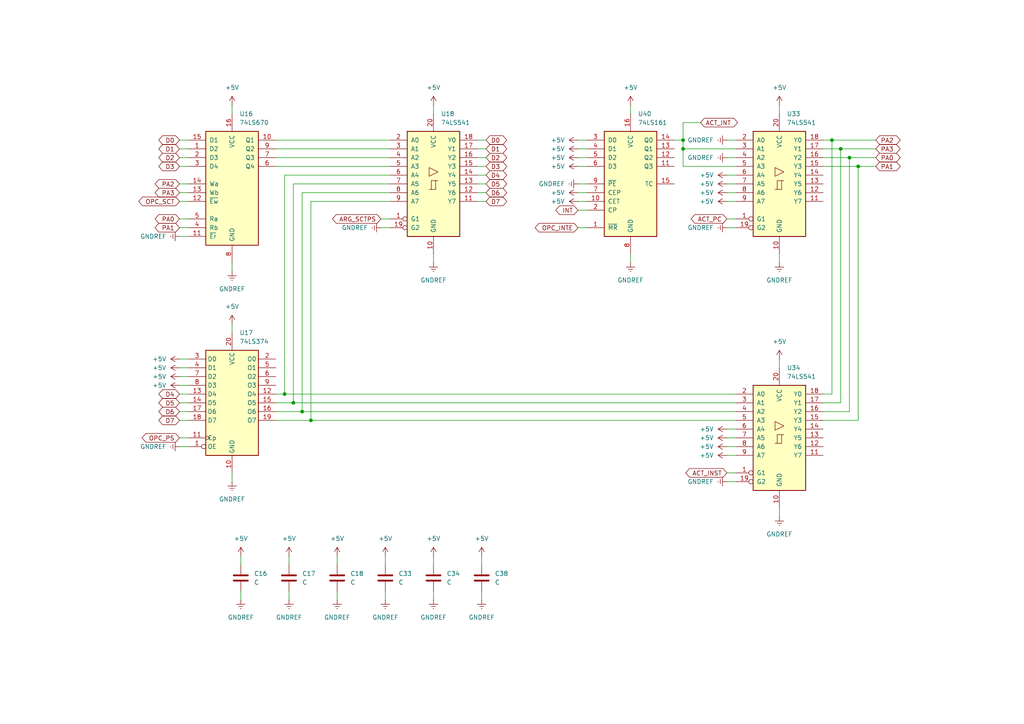
<source format=kicad_sch>
(kicad_sch (version 20250114) (generator "eeschema") (generator_version "9.0")
  (paper "A4")
  (lib_symbols
    (symbol "74xx:74LS161" (pin_names (offset 1.016))
      (property "Reference" "U" (at -7.62 16.51 0))
      (property "Value" "74LS161" (at -7.62 -16.51 0))
      (symbol "74LS161_1_0"
        (pin input line (at -12.7 12.7 0) (length 5.08) (name "D0") (number "3"))
        (pin input line (at -12.7 10.16 0) (length 5.08) (name "D1") (number "4"))
        (pin input line (at -12.7 7.62 0) (length 5.08) (name "D2") (number "5"))
        (pin input line (at -12.7 5.08 0) (length 5.08) (name "D3") (number "6"))
        (pin input line (at -12.7 0 0) (length 5.08) (name "~{PE}") (number "9"))
        (pin input line (at -12.7 -2.54 0) (length 5.08) (name "CEP") (number "7"))
        (pin input line (at -12.7 -5.08 0) (length 5.08) (name "CET") (number "10"))
        (pin input line (at -12.7 -7.62 0) (length 5.08) (name "CP") (number "2"))
        (pin input line (at -12.7 -12.7 0) (length 5.08) (name "~{MR}") (number "1"))
        (pin power_in line (at 0 20.32 270) (length 5.08) (name "VCC") (number "16"))
        (pin power_in line (at 0 -20.32 90) (length 5.08) (name "GND") (number "8"))
        (pin output line (at 12.7 12.7 180) (length 5.08) (name "Q0") (number "14"))
        (pin output line (at 12.7 10.16 180) (length 5.08) (name "Q1") (number "13"))
        (pin output line (at 12.7 7.62 180) (length 5.08) (name "Q2") (number "12"))
        (pin output line (at 12.7 5.08 180) (length 5.08) (name "Q3") (number "11"))
        (pin output line (at 12.7 0 180) (length 5.08) (name "TC") (number "15"))
      )
      (symbol "74LS161_1_1"
        (rectangle (start -7.62 15.24) (end 7.62 -15.24) (stroke (width 0.254)) (fill (type background)))
      )
    )
    (symbol "74xx:74LS374"
      (property "Reference" "U" (at -7.62 16.51 0))
      (property "Value" "74LS374" (at -7.62 -16.51 0))
      (symbol "74LS374_1_0"
        (pin input line (at -12.7 12.7 0) (length 5.08) (name "D0") (number "3"))
        (pin input line (at -12.7 10.16 0) (length 5.08) (name "D1") (number "4"))
        (pin input line (at -12.7 7.62 0) (length 5.08) (name "D2") (number "7"))
        (pin input line (at -12.7 5.08 0) (length 5.08) (name "D3") (number "8"))
        (pin input line (at -12.7 2.54 0) (length 5.08) (name "D4") (number "13"))
        (pin input line (at -12.7 0 0) (length 5.08) (name "D5") (number "14"))
        (pin input line (at -12.7 -2.54 0) (length 5.08) (name "D6") (number "17"))
        (pin input line (at -12.7 -5.08 0) (length 5.08) (name "D7") (number "18"))
        (pin input clock (at -12.7 -10.16 0) (length 5.08) (name "Cp") (number "11"))
        (pin input inverted (at -12.7 -12.7 0) (length 5.08) (name "OE") (number "1"))
        (pin power_in line (at 0 20.32 270) (length 5.08) (name "VCC") (number "20"))
        (pin power_in line (at 0 -20.32 90) (length 5.08) (name "GND") (number "10"))
        (pin tri_state line (at 12.7 12.7 180) (length 5.08) (name "O0") (number "2"))
        (pin tri_state line (at 12.7 10.16 180) (length 5.08) (name "O1") (number "5"))
        (pin tri_state line (at 12.7 7.62 180) (length 5.08) (name "O2") (number "6"))
        (pin tri_state line (at 12.7 5.08 180) (length 5.08) (name "O3") (number "9"))
        (pin tri_state line (at 12.7 2.54 180) (length 5.08) (name "O4") (number "12"))
        (pin tri_state line (at 12.7 0 180) (length 5.08) (name "O5") (number "15"))
        (pin tri_state line (at 12.7 -2.54 180) (length 5.08) (name "O6") (number "16"))
        (pin tri_state line (at 12.7 -5.08 180) (length 5.08) (name "O7") (number "19"))
      )
      (symbol "74LS374_1_1"
        (rectangle (start -7.62 15.24) (end 7.62 -15.24) (stroke (width 0.254)) (fill (type background)))
      )
    )
    (symbol "74xx:74LS541" (pin_names (offset 1.016))
      (property "Reference" "U" (at -7.62 16.51 0))
      (property "Value" "74LS541" (at -7.62 -16.51 0))
      (symbol "74LS541_1_0"
        (polyline (pts (xy -1.27 -1.6002) (xy 0.635 -1.6002) (xy 0.635 0.9398) (xy 1.27 0.9398)))
        (polyline (pts (xy -0.635 -1.6002) (xy -0.635 0.9398) (xy 0.635 0.9398)))
        (polyline (pts (xy 1.27 3.4798) (xy -1.27 4.7498) (xy -1.27 2.2098) (xy 1.27 3.4798)) (stroke (width 0.1524)))
        (pin input line (at -12.7 12.7 0) (length 5.08) (name "A0") (number "2"))
        (pin input line (at -12.7 10.16 0) (length 5.08) (name "A1") (number "3"))
        (pin input line (at -12.7 7.62 0) (length 5.08) (name "A2") (number "4"))
        (pin input line (at -12.7 5.08 0) (length 5.08) (name "A3") (number "5"))
        (pin input line (at -12.7 2.54 0) (length 5.08) (name "A4") (number "6"))
        (pin input line (at -12.7 0 0) (length 5.08) (name "A5") (number "7"))
        (pin input line (at -12.7 -2.54 0) (length 5.08) (name "A6") (number "8"))
        (pin input line (at -12.7 -5.08 0) (length 5.08) (name "A7") (number "9"))
        (pin input inverted (at -12.7 -10.16 0) (length 5.08) (name "G1") (number "1"))
        (pin input inverted (at -12.7 -12.7 0) (length 5.08) (name "G2") (number "19"))
        (pin power_in line (at 0 20.32 270) (length 5.08) (name "VCC") (number "20"))
        (pin power_in line (at 0 -20.32 90) (length 5.08) (name "GND") (number "10"))
        (pin tri_state line (at 12.7 12.7 180) (length 5.08) (name "Y0") (number "18"))
        (pin tri_state line (at 12.7 10.16 180) (length 5.08) (name "Y1") (number "17"))
        (pin tri_state line (at 12.7 7.62 180) (length 5.08) (name "Y2") (number "16"))
        (pin tri_state line (at 12.7 5.08 180) (length 5.08) (name "Y3") (number "15"))
        (pin tri_state line (at 12.7 2.54 180) (length 5.08) (name "Y4") (number "14"))
        (pin tri_state line (at 12.7 0 180) (length 5.08) (name "Y5") (number "13"))
        (pin tri_state line (at 12.7 -2.54 180) (length 5.08) (name "Y6") (number "12"))
        (pin tri_state line (at 12.7 -5.08 180) (length 5.08) (name "Y7") (number "11"))
      )
      (symbol "74LS541_1_1"
        (rectangle (start -7.62 15.24) (end 7.62 -15.24) (stroke (width 0.254)) (fill (type background)))
      )
    )
    (symbol "74xx:74LS670" (pin_names (offset 1.016))
      (property "Reference" "U" (at -7.62 16.51 0))
      (property "Value" "74LS670" (at -7.62 -19.05 0))
      (symbol "74LS670_1_0"
        (pin input line (at -12.7 12.7 0) (length 5.08) (name "D1") (number "15"))
        (pin input line (at -12.7 10.16 0) (length 5.08) (name "D2") (number "1"))
        (pin input line (at -12.7 7.62 0) (length 5.08) (name "D3") (number "2"))
        (pin input line (at -12.7 5.08 0) (length 5.08) (name "D4") (number "3"))
        (pin input line (at -12.7 0 0) (length 5.08) (name "Wa") (number "14"))
        (pin input line (at -12.7 -2.54 0) (length 5.08) (name "Wb") (number "13"))
        (pin input line (at -12.7 -5.08 0) (length 5.08) (name "~{Ew}") (number "12"))
        (pin input line (at -12.7 -10.16 0) (length 5.08) (name "Ra") (number "5"))
        (pin input line (at -12.7 -12.7 0) (length 5.08) (name "Rb") (number "4"))
        (pin input line (at -12.7 -15.24 0) (length 5.08) (name "~{Er}") (number "11"))
        (pin power_in line (at 0 20.32 270) (length 5.08) (name "VCC") (number "16"))
        (pin power_in line (at 0 -22.86 90) (length 5.08) (name "GND") (number "8"))
        (pin tri_state line (at 12.7 12.7 180) (length 5.08) (name "Q1") (number "10"))
        (pin tri_state line (at 12.7 10.16 180) (length 5.08) (name "Q2") (number "9"))
        (pin tri_state line (at 12.7 7.62 180) (length 5.08) (name "Q3") (number "7"))
        (pin tri_state line (at 12.7 5.08 180) (length 5.08) (name "Q4") (number "6"))
      )
      (symbol "74LS670_1_1"
        (rectangle (start -7.62 15.24) (end 7.62 -17.78) (stroke (width 0.254)) (fill (type background)))
      )
    )
    (symbol "Device:C" (pin_numbers (hide yes)) (pin_names (offset 0.254))
      (property "Reference" "C" (at 0.635 2.54 0))
      (property "Value" "C" (at 0.635 -2.54 0))
      (symbol "C_0_1"
        (polyline (pts (xy -2.032 0.762) (xy 2.032 0.762)) (stroke (width 0.508)))
        (polyline (pts (xy -2.032 -0.762) (xy 2.032 -0.762)) (stroke (width 0.508)))
      )
      (symbol "C_1_1"
        (pin passive line (at 0 3.81 270) (length 2.794) (name "~") (number "1"))
        (pin passive line (at 0 -3.81 90) (length 2.794) (name "~") (number "2"))
      )
    )
    (symbol "power:+5V" (power) (pin_numbers (hide yes)) (pin_names (offset 0) (hide yes))
      (property "Value" "+5V" (at 0 3.556 0))
      (symbol "+5V_0_1"
        (polyline (pts (xy -0.762 1.27) (xy 0 2.54)))
        (polyline (pts (xy 0 2.54) (xy 0.762 1.27)))
        (polyline (pts (xy 0 0) (xy 0 2.54)))
      )
      (symbol "+5V_1_1"
        (pin power_in line (at 0 0 90) (length 0) (name "~") (number "1"))
      )
    )
    (symbol "power:GNDREF" (power) (pin_numbers (hide yes)) (pin_names (offset 0) (hide yes))
      (property "Value" "GNDREF" (at 0 -3.81 0))
      (symbol "GNDREF_0_1"
        (polyline (pts (xy -0.635 -1.905) (xy 0.635 -1.905)))
        (polyline (pts (xy -0.127 -2.54) (xy 0.127 -2.54)))
        (polyline (pts (xy 0 -1.27) (xy 0 0)))
        (polyline (pts (xy 1.27 -1.27) (xy -1.27 -1.27)))
      )
      (symbol "GNDREF_1_1"
        (pin power_in line (at 0 0 270) (length 0) (name "~") (number "1"))
      )
    )
  )
  (junction (at 243.84 43.18))
  (junction (at 85.09 116.84))
  (junction (at 82.55 114.3))
  (junction (at 198.12 40.64))
  (junction (at 198.12 43.18))
  (junction (at 248.92 48.26))
  (junction (at 87.63 119.38))
  (junction (at 90.17 121.92))
  (junction (at 241.3 40.64))
  (junction (at 246.38 45.72))
  (wire (pts (xy 195.58 40.64) (xy 198.12 40.64)))
  (wire (pts (xy 238.76 48.26) (xy 248.92 48.26)))
  (wire (pts (xy 97.79 161.29) (xy 97.79 163.83)))
  (wire (pts (xy 110.49 63.5) (xy 113.03 63.5)))
  (wire (pts (xy 210.82 66.04) (xy 213.36 66.04)))
  (wire (pts (xy 52.07 129.54) (xy 54.61 129.54)))
  (wire (pts (xy 140.97 45.72) (xy 138.43 45.72)))
  (wire (pts (xy 87.63 119.38) (xy 213.36 119.38)))
  (wire (pts (xy 52.07 53.34) (xy 54.61 53.34)))
  (wire (pts (xy 111.76 161.29) (xy 111.76 163.83)))
  (wire (pts (xy 210.82 137.16) (xy 213.36 137.16)))
  (wire (pts (xy 97.79 171.45) (xy 97.79 173.99)))
  (wire (pts (xy 85.09 116.84) (xy 80.01 116.84)))
  (wire (pts (xy 52.07 45.72) (xy 54.61 45.72)))
  (wire (pts (xy 167.64 66.04) (xy 170.18 66.04)))
  (wire (pts (xy 110.49 66.04) (xy 113.03 66.04)))
  (wire (pts (xy 113.03 53.34) (xy 85.09 53.34)))
  (wire (pts (xy 52.07 111.76) (xy 54.61 111.76)))
  (wire (pts (xy 182.88 30.48) (xy 182.88 33.02)))
  (wire (pts (xy 125.73 171.45) (xy 125.73 173.99)))
  (wire (pts (xy 52.07 63.5) (xy 54.61 63.5)))
  (wire (pts (xy 167.64 55.88) (xy 170.18 55.88)))
  (wire (pts (xy 85.09 116.84) (xy 213.36 116.84)))
  (wire (pts (xy 82.55 114.3) (xy 80.01 114.3)))
  (wire (pts (xy 140.97 48.26) (xy 138.43 48.26)))
  (wire (pts (xy 182.88 73.66) (xy 182.88 76.2)))
  (wire (pts (xy 85.09 53.34) (xy 85.09 116.84)))
  (wire (pts (xy 248.92 48.26) (xy 254 48.26)))
  (wire (pts (xy 113.03 58.42) (xy 90.17 58.42)))
  (wire (pts (xy 80.01 45.72) (xy 113.03 45.72)))
  (wire (pts (xy 87.63 119.38) (xy 80.01 119.38)))
  (wire (pts (xy 52.07 40.64) (xy 54.61 40.64)))
  (wire (pts (xy 241.3 114.3) (xy 241.3 40.64)))
  (wire (pts (xy 87.63 55.88) (xy 113.03 55.88)))
  (wire (pts (xy 198.12 43.18) (xy 198.12 48.26)))
  (wire (pts (xy 167.64 48.26) (xy 170.18 48.26)))
  (wire (pts (xy 167.64 60.96) (xy 170.18 60.96)))
  (wire (pts (xy 52.07 127) (xy 54.61 127)))
  (wire (pts (xy 210.82 63.5) (xy 213.36 63.5)))
  (wire (pts (xy 238.76 116.84) (xy 243.84 116.84)))
  (wire (pts (xy 238.76 43.18) (xy 243.84 43.18)))
  (wire (pts (xy 167.64 58.42) (xy 170.18 58.42)))
  (wire (pts (xy 140.97 50.8) (xy 138.43 50.8)))
  (wire (pts (xy 125.73 161.29) (xy 125.73 163.83)))
  (wire (pts (xy 140.97 58.42) (xy 138.43 58.42)))
  (wire (pts (xy 52.07 116.84) (xy 54.61 116.84)))
  (wire (pts (xy 87.63 55.88) (xy 87.63 119.38)))
  (wire (pts (xy 83.82 171.45) (xy 83.82 173.99)))
  (wire (pts (xy 246.38 45.72) (xy 254 45.72)))
  (wire (pts (xy 52.07 109.22) (xy 54.61 109.22)))
  (wire (pts (xy 52.07 55.88) (xy 54.61 55.88)))
  (wire (pts (xy 226.06 104.14) (xy 226.06 106.68)))
  (wire (pts (xy 210.82 124.46) (xy 213.36 124.46)))
  (wire (pts (xy 139.7 171.45) (xy 139.7 173.99)))
  (wire (pts (xy 210.82 50.8) (xy 213.36 50.8)))
  (wire (pts (xy 238.76 114.3) (xy 241.3 114.3)))
  (wire (pts (xy 198.12 48.26) (xy 213.36 48.26)))
  (wire (pts (xy 210.82 132.08) (xy 213.36 132.08)))
  (wire (pts (xy 67.31 30.48) (xy 67.31 33.02)))
  (wire (pts (xy 52.07 58.42) (xy 54.61 58.42)))
  (wire (pts (xy 238.76 119.38) (xy 246.38 119.38)))
  (wire (pts (xy 246.38 119.38) (xy 246.38 45.72)))
  (wire (pts (xy 67.31 93.98) (xy 67.31 96.52)))
  (wire (pts (xy 83.82 161.29) (xy 83.82 163.83)))
  (wire (pts (xy 90.17 58.42) (xy 90.17 121.92)))
  (wire (pts (xy 139.7 161.29) (xy 139.7 163.83)))
  (wire (pts (xy 167.64 45.72) (xy 170.18 45.72)))
  (wire (pts (xy 111.76 171.45) (xy 111.76 173.99)))
  (wire (pts (xy 238.76 45.72) (xy 246.38 45.72)))
  (wire (pts (xy 241.3 40.64) (xy 254 40.64)))
  (wire (pts (xy 210.82 45.72) (xy 213.36 45.72)))
  (wire (pts (xy 210.82 127) (xy 213.36 127)))
  (wire (pts (xy 140.97 55.88) (xy 138.43 55.88)))
  (wire (pts (xy 52.07 66.04) (xy 54.61 66.04)))
  (wire (pts (xy 52.07 106.68) (xy 54.61 106.68)))
  (wire (pts (xy 80.01 48.26) (xy 113.03 48.26)))
  (wire (pts (xy 82.55 114.3) (xy 213.36 114.3)))
  (wire (pts (xy 226.06 73.66) (xy 226.06 76.2)))
  (wire (pts (xy 80.01 43.18) (xy 113.03 43.18)))
  (wire (pts (xy 243.84 116.84) (xy 243.84 43.18)))
  (wire (pts (xy 52.07 121.92) (xy 54.61 121.92)))
  (wire (pts (xy 198.12 35.56) (xy 198.12 40.64)))
  (wire (pts (xy 67.31 137.16) (xy 67.31 139.7)))
  (wire (pts (xy 167.64 53.34) (xy 170.18 53.34)))
  (wire (pts (xy 140.97 43.18) (xy 138.43 43.18)))
  (wire (pts (xy 140.97 53.34) (xy 138.43 53.34)))
  (wire (pts (xy 226.06 30.48) (xy 226.06 33.02)))
  (wire (pts (xy 198.12 40.64) (xy 198.12 43.18)))
  (wire (pts (xy 226.06 147.32) (xy 226.06 149.86)))
  (wire (pts (xy 125.73 73.66) (xy 125.73 76.2)))
  (wire (pts (xy 52.07 43.18) (xy 54.61 43.18)))
  (wire (pts (xy 69.85 161.29) (xy 69.85 163.83)))
  (wire (pts (xy 210.82 58.42) (xy 213.36 58.42)))
  (wire (pts (xy 125.73 30.48) (xy 125.73 33.02)))
  (wire (pts (xy 82.55 50.8) (xy 113.03 50.8)))
  (wire (pts (xy 238.76 121.92) (xy 248.92 121.92)))
  (wire (pts (xy 52.07 114.3) (xy 54.61 114.3)))
  (wire (pts (xy 210.82 40.64) (xy 213.36 40.64)))
  (wire (pts (xy 203.2 35.56) (xy 198.12 35.56)))
  (wire (pts (xy 69.85 171.45) (xy 69.85 173.99)))
  (wire (pts (xy 52.07 104.14) (xy 54.61 104.14)))
  (wire (pts (xy 243.84 43.18) (xy 254 43.18)))
  (wire (pts (xy 198.12 43.18) (xy 213.36 43.18)))
  (wire (pts (xy 52.07 48.26) (xy 54.61 48.26)))
  (wire (pts (xy 90.17 121.92) (xy 213.36 121.92)))
  (wire (pts (xy 140.97 40.64) (xy 138.43 40.64)))
  (wire (pts (xy 248.92 121.92) (xy 248.92 48.26)))
  (wire (pts (xy 210.82 129.54) (xy 213.36 129.54)))
  (wire (pts (xy 238.76 40.64) (xy 241.3 40.64)))
  (wire (pts (xy 52.07 68.58) (xy 54.61 68.58)))
  (wire (pts (xy 67.31 76.2) (xy 67.31 78.74)))
  (wire (pts (xy 80.01 121.92) (xy 90.17 121.92)))
  (wire (pts (xy 210.82 55.88) (xy 213.36 55.88)))
  (wire (pts (xy 210.82 53.34) (xy 213.36 53.34)))
  (wire (pts (xy 167.64 40.64) (xy 170.18 40.64)))
  (wire (pts (xy 210.82 139.7) (xy 213.36 139.7)))
  (wire (pts (xy 167.64 43.18) (xy 170.18 43.18)))
  (wire (pts (xy 52.07 119.38) (xy 54.61 119.38)))
  (wire (pts (xy 82.55 50.8) (xy 82.55 114.3)))
  (wire (pts (xy 80.01 40.64) (xy 113.03 40.64)))
  (global_label "OPC_SCT" (shape bidirectional) (at 52.07 58.42 180) (property "Intersheetrefs" "${INTERSHEET_REFS}" (effects (hide yes))))
  (global_label "ARG_SCTPS" (shape bidirectional) (at 110.49 63.5 180) (property "Intersheetrefs" "${INTERSHEET_REFS}" (effects (hide yes))))
  (global_label "PA1" (shape bidirectional) (at 254 48.26 0) (property "Intersheetrefs" "${INTERSHEET_REFS}" (effects (hide yes))))
  (global_label "OPC_PS" (shape bidirectional) (at 52.07 127 180) (property "Intersheetrefs" "${INTERSHEET_REFS}" (effects (hide yes))))
  (global_label "PA2" (shape bidirectional) (at 52.07 53.34 180) (property "Intersheetrefs" "${INTERSHEET_REFS}" (effects (hide yes))))
  (global_label "D1" (shape bidirectional) (at 140.97 43.18 0) (property "Intersheetrefs" "${INTERSHEET_REFS}" (effects (hide yes))))
  (global_label "ACT_INST" (shape bidirectional) (at 210.82 137.16 180) (property "Intersheetrefs" "${INTERSHEET_REFS}" (effects (hide yes))))
  (global_label "D4" (shape bidirectional) (at 52.07 114.3 180) (property "Intersheetrefs" "${INTERSHEET_REFS}" (effects (hide yes))))
  (global_label "D3" (shape bidirectional) (at 52.07 48.26 180) (property "Intersheetrefs" "${INTERSHEET_REFS}" (effects (hide yes))))
  (global_label "D5" (shape bidirectional) (at 140.97 53.34 0) (property "Intersheetrefs" "${INTERSHEET_REFS}" (effects (hide yes))))
  (global_label "ACT_PC" (shape bidirectional) (at 210.82 63.5 180) (property "Intersheetrefs" "${INTERSHEET_REFS}" (effects (hide yes))))
  (global_label "INT" (shape bidirectional) (at 167.64 60.96 180) (property "Intersheetrefs" "${INTERSHEET_REFS}" (effects (hide yes))))
  (global_label "D7" (shape bidirectional) (at 52.07 121.92 180) (property "Intersheetrefs" "${INTERSHEET_REFS}" (effects (hide yes))))
  (global_label "D2" (shape bidirectional) (at 52.07 45.72 180) (property "Intersheetrefs" "${INTERSHEET_REFS}" (effects (hide yes))))
  (global_label "PA0" (shape bidirectional) (at 52.07 63.5 180) (property "Intersheetrefs" "${INTERSHEET_REFS}" (effects (hide yes))))
  (global_label "D3" (shape bidirectional) (at 140.97 48.26 0) (property "Intersheetrefs" "${INTERSHEET_REFS}" (effects (hide yes))))
  (global_label "PA3" (shape bidirectional) (at 52.07 55.88 180) (property "Intersheetrefs" "${INTERSHEET_REFS}" (effects (hide yes))))
  (global_label "D4" (shape bidirectional) (at 140.97 50.8 0) (property "Intersheetrefs" "${INTERSHEET_REFS}" (effects (hide yes))))
  (global_label "D7" (shape bidirectional) (at 140.97 58.42 0) (property "Intersheetrefs" "${INTERSHEET_REFS}" (effects (hide yes))))
  (global_label "PA2" (shape bidirectional) (at 254 40.64 0) (property "Intersheetrefs" "${INTERSHEET_REFS}" (effects (hide yes))))
  (global_label "D2" (shape bidirectional) (at 140.97 45.72 0) (property "Intersheetrefs" "${INTERSHEET_REFS}" (effects (hide yes))))
  (global_label "PA1" (shape bidirectional) (at 52.07 66.04 180) (property "Intersheetrefs" "${INTERSHEET_REFS}" (effects (hide yes))))
  (global_label "PA0" (shape bidirectional) (at 254 45.72 0) (property "Intersheetrefs" "${INTERSHEET_REFS}" (effects (hide yes))))
  (global_label "D0" (shape bidirectional) (at 140.97 40.64 0) (property "Intersheetrefs" "${INTERSHEET_REFS}" (effects (hide yes))))
  (global_label "ACT_INT" (shape bidirectional) (at 203.2 35.56 0) (property "Intersheetrefs" "${INTERSHEET_REFS}" (effects (hide yes))))
  (global_label "D0" (shape bidirectional) (at 52.07 40.64 180) (property "Intersheetrefs" "${INTERSHEET_REFS}" (effects (hide yes))))
  (global_label "D1" (shape bidirectional) (at 52.07 43.18 180) (property "Intersheetrefs" "${INTERSHEET_REFS}" (effects (hide yes))))
  (global_label "PA3" (shape bidirectional) (at 254 43.18 0) (property "Intersheetrefs" "${INTERSHEET_REFS}" (effects (hide yes))))
  (global_label "D5" (shape bidirectional) (at 52.07 116.84 180) (property "Intersheetrefs" "${INTERSHEET_REFS}" (effects (hide yes))))
  (global_label "D6" (shape bidirectional) (at 140.97 55.88 0) (property "Intersheetrefs" "${INTERSHEET_REFS}" (effects (hide yes))))
  (global_label "OPC_INTE" (shape bidirectional) (at 167.64 66.04 180) (property "Intersheetrefs" "${INTERSHEET_REFS}" (effects (hide yes))))
  (global_label "D6" (shape bidirectional) (at 52.07 119.38 180) (property "Intersheetrefs" "${INTERSHEET_REFS}" (effects (hide yes))))
  (symbol (lib_id "power:GNDREF") (at 167.64 53.34 270) (unit 1)
    (property "Reference" "#PWR0221" (effects (hide yes)))
    (property "Value" "GNDREF" (at 163.83 53.3399 90) (effects (justify right)))
    (property "Description" "Power symbol creates a global label with name \"GNDREF\" , reference supply ground" (effects (hide yes)))
  )
  (symbol (lib_id "74xx:74LS374") (at 67.31 116.84 0) (unit 1)
    (property "Reference" "U17" (at 69.4533 96.52 0) (effects (justify left)))
    (property "Value" "74LS374" (at 69.4533 99.06 0) (effects (justify left)))
    (property "Datasheet" "http://www.ti.com/lit/gpn/sn74LS374" (effects (hide yes)))
    (property "Description" "8-bit Register, 3-state outputs" (effects (hide yes)))
  )
  (symbol (lib_id "power:+5V") (at 167.64 58.42 90) (unit 1)
    (property "Reference" "#PWR0219" (effects (hide yes)))
    (property "Value" "+5V" (at 163.83 58.4199 90) (effects (justify left)))
    (property "Description" "Power symbol creates a global label with name \"+5V\"" (effects (hide yes)))
  )
  (symbol (lib_id "Device:C") (at 97.79 167.64 0) (unit 1)
    (property "Reference" "C18" (at 101.6 166.3699 0) (effects (justify left)))
    (property "Value" "C" (at 101.6 168.9099 0) (effects (justify left)))
    (property "Description" "Unpolarized capacitor" (effects (hide yes)))
  )
  (symbol (lib_id "Device:C") (at 69.85 167.64 0) (unit 1)
    (property "Reference" "C16" (at 73.66 166.3699 0) (effects (justify left)))
    (property "Value" "C" (at 73.66 168.9099 0) (effects (justify left)))
    (property "Description" "Unpolarized capacitor" (effects (hide yes)))
  )
  (symbol (lib_id "power:+5V") (at 52.07 111.76 90) (unit 1)
    (property "Reference" "#PWR081" (effects (hide yes)))
    (property "Value" "+5V" (at 48.26 111.7599 90) (effects (justify left)))
    (property "Description" "Power symbol creates a global label with name \"+5V\"" (effects (hide yes)))
  )
  (symbol (lib_id "power:+5V") (at 97.79 161.29 0) (unit 1)
    (property "Reference" "#PWR095" (effects (hide yes)))
    (property "Value" "+5V" (at 97.79 156.21 0))
    (property "Description" "Power symbol creates a global label with name \"+5V\"" (effects (hide yes)))
  )
  (symbol (lib_id "power:+5V") (at 167.64 45.72 90) (unit 1)
    (property "Reference" "#PWR0223" (effects (hide yes)))
    (property "Value" "+5V" (at 163.83 45.7199 90) (effects (justify left)))
    (property "Description" "Power symbol creates a global label with name \"+5V\"" (effects (hide yes)))
  )
  (symbol (lib_id "power:+5V") (at 139.7 161.29 0) (unit 1)
    (property "Reference" "#PWR0226" (effects (hide yes)))
    (property "Value" "+5V" (at 139.7 156.21 0))
    (property "Description" "Power symbol creates a global label with name \"+5V\"" (effects (hide yes)))
  )
  (symbol (lib_id "power:+5V") (at 210.82 129.54 90) (unit 1)
    (property "Reference" "#PWR0181" (effects (hide yes)))
    (property "Value" "+5V" (at 207.01 129.5399 90) (effects (justify left)))
    (property "Description" "Power symbol creates a global label with name \"+5V\"" (effects (hide yes)))
  )
  (symbol (lib_id "power:GNDREF") (at 125.73 173.99 0) (unit 1)
    (property "Reference" "#PWR0192" (effects (hide yes)))
    (property "Value" "GNDREF" (at 125.73 179.07 0))
    (property "Description" "Power symbol creates a global label with name \"GNDREF\" , reference supply ground" (effects (hide yes)))
  )
  (symbol (lib_id "74xx:74LS541") (at 125.73 53.34 0) (unit 1)
    (property "Reference" "U18" (at 127.8733 33.02 0) (effects (justify left)))
    (property "Value" "74LS541" (at 127.8733 35.56 0) (effects (justify left)))
    (property "Datasheet" "http://www.ti.com/lit/gpn/sn74LS541" (effects (hide yes)))
    (property "Description" "8-bit Buffer/Line Driver 3-state outputs" (effects (hide yes)))
  )
  (symbol (lib_id "74xx:74LS161") (at 182.88 53.34 0) (unit 1)
    (property "Reference" "U40" (at 185.0233 33.02 0) (effects (justify left)))
    (property "Value" "74LS161" (at 185.0233 35.56 0) (effects (justify left)))
    (property "Datasheet" "http://www.ti.com/lit/gpn/sn74LS161" (effects (hide yes)))
    (property "Description" "Synchronous 4-bit programmable binary Counter" (effects (hide yes)))
  )
  (symbol (lib_id "Device:C") (at 139.7 167.64 0) (unit 1)
    (property "Reference" "C38" (at 143.51 166.3699 0) (effects (justify left)))
    (property "Value" "C" (at 143.51 168.9099 0) (effects (justify left)))
    (property "Description" "Unpolarized capacitor" (effects (hide yes)))
  )
  (symbol (lib_id "power:GNDREF") (at 210.82 45.72 270) (unit 1)
    (property "Reference" "#PWR0187" (effects (hide yes)))
    (property "Value" "GNDREF" (at 207.01 45.7199 90) (effects (justify right)))
    (property "Description" "Power symbol creates a global label with name \"GNDREF\" , reference supply ground" (effects (hide yes)))
  )
  (symbol (lib_id "Device:C") (at 125.73 167.64 0) (unit 1)
    (property "Reference" "C34" (at 129.54 166.3699 0) (effects (justify left)))
    (property "Value" "C" (at 129.54 168.9099 0) (effects (justify left)))
    (property "Description" "Unpolarized capacitor" (effects (hide yes)))
  )
  (symbol (lib_id "power:GNDREF") (at 67.31 78.74 0) (unit 1)
    (property "Reference" "#PWR086" (effects (hide yes)))
    (property "Value" "GNDREF" (at 67.31 83.82 0))
    (property "Description" "Power symbol creates a global label with name \"GNDREF\" , reference supply ground" (effects (hide yes)))
  )
  (symbol (lib_id "power:+5V") (at 210.82 50.8 90) (unit 1)
    (property "Reference" "#PWR0183" (effects (hide yes)))
    (property "Value" "+5V" (at 207.01 50.7999 90) (effects (justify left)))
    (property "Description" "Power symbol creates a global label with name \"+5V\"" (effects (hide yes)))
  )
  (symbol (lib_id "power:GNDREF") (at 210.82 40.64 270) (unit 1)
    (property "Reference" "#PWR0188" (effects (hide yes)))
    (property "Value" "GNDREF" (at 207.01 40.6399 90) (effects (justify right)))
    (property "Description" "Power symbol creates a global label with name \"GNDREF\" , reference supply ground" (effects (hide yes)))
  )
  (symbol (lib_id "power:GNDREF") (at 182.88 76.2 0) (unit 1)
    (property "Reference" "#PWR0218" (effects (hide yes)))
    (property "Value" "GNDREF" (at 182.88 81.28 0))
    (property "Description" "Power symbol creates a global label with name \"GNDREF\" , reference supply ground" (effects (hide yes)))
  )
  (symbol (lib_id "power:+5V") (at 167.64 43.18 90) (unit 1)
    (property "Reference" "#PWR0224" (effects (hide yes)))
    (property "Value" "+5V" (at 163.83 43.1799 90) (effects (justify left)))
    (property "Description" "Power symbol creates a global label with name \"+5V\"" (effects (hide yes)))
  )
  (symbol (lib_id "power:+5V") (at 167.64 40.64 90) (unit 1)
    (property "Reference" "#PWR0225" (effects (hide yes)))
    (property "Value" "+5V" (at 163.83 40.6399 90) (effects (justify left)))
    (property "Description" "Power symbol creates a global label with name \"+5V\"" (effects (hide yes)))
  )
  (symbol (lib_id "power:GNDREF") (at 52.07 68.58 270) (unit 1)
    (property "Reference" "#PWR089" (effects (hide yes)))
    (property "Value" "GNDREF" (at 48.26 68.5799 90) (effects (justify right)))
    (property "Description" "Power symbol creates a global label with name \"GNDREF\" , reference supply ground" (effects (hide yes)))
  )
  (symbol (lib_id "power:GNDREF") (at 69.85 173.99 0) (unit 1)
    (property "Reference" "#PWR092" (effects (hide yes)))
    (property "Value" "GNDREF" (at 69.85 179.07 0))
    (property "Description" "Power symbol creates a global label with name \"GNDREF\" , reference supply ground" (effects (hide yes)))
  )
  (symbol (lib_id "power:+5V") (at 83.82 161.29 0) (unit 1)
    (property "Reference" "#PWR093" (effects (hide yes)))
    (property "Value" "+5V" (at 83.82 156.21 0))
    (property "Description" "Power symbol creates a global label with name \"+5V\"" (effects (hide yes)))
  )
  (symbol (lib_id "power:GNDREF") (at 226.06 76.2 0) (unit 1)
    (property "Reference" "#PWR0176" (effects (hide yes)))
    (property "Value" "GNDREF" (at 226.06 81.28 0))
    (property "Description" "Power symbol creates a global label with name \"GNDREF\" , reference supply ground" (effects (hide yes)))
  )
  (symbol (lib_id "power:+5V") (at 167.64 48.26 90) (unit 1)
    (property "Reference" "#PWR0222" (effects (hide yes)))
    (property "Value" "+5V" (at 163.83 48.2599 90) (effects (justify left)))
    (property "Description" "Power symbol creates a global label with name \"+5V\"" (effects (hide yes)))
  )
  (symbol (lib_id "power:+5V") (at 226.06 30.48 0) (unit 1)
    (property "Reference" "#PWR0175" (effects (hide yes)))
    (property "Value" "+5V" (at 226.06 25.4 0))
    (property "Description" "Power symbol creates a global label with name \"+5V\"" (effects (hide yes)))
  )
  (symbol (lib_id "power:+5V") (at 52.07 109.22 90) (unit 1)
    (property "Reference" "#PWR080" (effects (hide yes)))
    (property "Value" "+5V" (at 48.26 109.2199 90) (effects (justify left)))
    (property "Description" "Power symbol creates a global label with name \"+5V\"" (effects (hide yes)))
  )
  (symbol (lib_id "power:+5V") (at 67.31 93.98 0) (unit 1)
    (property "Reference" "#PWR082" (effects (hide yes)))
    (property "Value" "+5V" (at 67.31 88.9 0))
    (property "Description" "Power symbol creates a global label with name \"+5V\"" (effects (hide yes)))
  )
  (symbol (lib_id "power:GNDREF") (at 97.79 173.99 0) (unit 1)
    (property "Reference" "#PWR096" (effects (hide yes)))
    (property "Value" "GNDREF" (at 97.79 179.07 0))
    (property "Description" "Power symbol creates a global label with name \"GNDREF\" , reference supply ground" (effects (hide yes)))
  )
  (symbol (lib_id "power:+5V") (at 210.82 132.08 90) (unit 1)
    (property "Reference" "#PWR0182" (effects (hide yes)))
    (property "Value" "+5V" (at 207.01 132.0799 90) (effects (justify left)))
    (property "Description" "Power symbol creates a global label with name \"+5V\"" (effects (hide yes)))
  )
  (symbol (lib_id "power:+5V") (at 111.76 161.29 0) (unit 1)
    (property "Reference" "#PWR0189" (effects (hide yes)))
    (property "Value" "+5V" (at 111.76 156.21 0))
    (property "Description" "Power symbol creates a global label with name \"+5V\"" (effects (hide yes)))
  )
  (symbol (lib_id "power:+5V") (at 167.64 55.88 90) (unit 1)
    (property "Reference" "#PWR0220" (effects (hide yes)))
    (property "Value" "+5V" (at 163.83 55.8799 90) (effects (justify left)))
    (property "Description" "Power symbol creates a global label with name \"+5V\"" (effects (hide yes)))
  )
  (symbol (lib_id "power:+5V") (at 52.07 106.68 90) (unit 1)
    (property "Reference" "#PWR079" (effects (hide yes)))
    (property "Value" "+5V" (at 48.26 106.6799 90) (effects (justify left)))
    (property "Description" "Power symbol creates a global label with name \"+5V\"" (effects (hide yes)))
  )
  (symbol (lib_id "power:GNDREF") (at 139.7 173.99 0) (unit 1)
    (property "Reference" "#PWR0227" (effects (hide yes)))
    (property "Value" "GNDREF" (at 139.7 179.07 0))
    (property "Description" "Power symbol creates a global label with name \"GNDREF\" , reference supply ground" (effects (hide yes)))
  )
  (symbol (lib_id "power:GNDREF") (at 125.73 76.2 0) (unit 1)
    (property "Reference" "#PWR087" (effects (hide yes)))
    (property "Value" "GNDREF" (at 125.73 81.28 0))
    (property "Description" "Power symbol creates a global label with name \"GNDREF\" , reference supply ground" (effects (hide yes)))
  )
  (symbol (lib_id "power:+5V") (at 210.82 58.42 90) (unit 1)
    (property "Reference" "#PWR0186" (effects (hide yes)))
    (property "Value" "+5V" (at 207.01 58.4199 90) (effects (justify left)))
    (property "Description" "Power symbol creates a global label with name \"+5V\"" (effects (hide yes)))
  )
  (symbol (lib_id "power:+5V") (at 125.73 161.29 0) (unit 1)
    (property "Reference" "#PWR0191" (effects (hide yes)))
    (property "Value" "+5V" (at 125.73 156.21 0))
    (property "Description" "Power symbol creates a global label with name \"+5V\"" (effects (hide yes)))
  )
  (symbol (lib_id "power:GNDREF") (at 83.82 173.99 0) (unit 1)
    (property "Reference" "#PWR094" (effects (hide yes)))
    (property "Value" "GNDREF" (at 83.82 179.07 0))
    (property "Description" "Power symbol creates a global label with name \"GNDREF\" , reference supply ground" (effects (hide yes)))
  )
  (symbol (lib_id "Device:C") (at 83.82 167.64 0) (unit 1)
    (property "Reference" "C17" (at 87.63 166.3699 0) (effects (justify left)))
    (property "Value" "C" (at 87.63 168.9099 0) (effects (justify left)))
    (property "Description" "Unpolarized capacitor" (effects (hide yes)))
  )
  (symbol (lib_id "power:+5V") (at 69.85 161.29 0) (unit 1)
    (property "Reference" "#PWR091" (effects (hide yes)))
    (property "Value" "+5V" (at 69.85 156.21 0))
    (property "Description" "Power symbol creates a global label with name \"+5V\"" (effects (hide yes)))
  )
  (symbol (lib_id "power:GNDREF") (at 226.06 149.86 0) (unit 1)
    (property "Reference" "#PWR0178" (effects (hide yes)))
    (property "Value" "GNDREF" (at 226.06 154.94 0))
    (property "Description" "Power symbol creates a global label with name \"GNDREF\" , reference supply ground" (effects (hide yes)))
  )
  (symbol (lib_id "power:+5V") (at 210.82 55.88 90) (unit 1)
    (property "Reference" "#PWR0185" (effects (hide yes)))
    (property "Value" "+5V" (at 207.01 55.8799 90) (effects (justify left)))
    (property "Description" "Power symbol creates a global label with name \"+5V\"" (effects (hide yes)))
  )
  (symbol (lib_id "power:+5V") (at 210.82 127 90) (unit 1)
    (property "Reference" "#PWR0180" (effects (hide yes)))
    (property "Value" "+5V" (at 207.01 126.9999 90) (effects (justify left)))
    (property "Description" "Power symbol creates a global label with name \"+5V\"" (effects (hide yes)))
  )
  (symbol (lib_id "power:GNDREF") (at 67.31 139.7 0) (unit 1)
    (property "Reference" "#PWR083" (effects (hide yes)))
    (property "Value" "GNDREF" (at 67.31 144.78 0))
    (property "Description" "Power symbol creates a global label with name \"GNDREF\" , reference supply ground" (effects (hide yes)))
  )
  (symbol (lib_id "power:+5V") (at 67.31 30.48 0) (unit 1)
    (property "Reference" "#PWR084" (effects (hide yes)))
    (property "Value" "+5V" (at 67.31 25.4 0))
    (property "Description" "Power symbol creates a global label with name \"+5V\"" (effects (hide yes)))
  )
  (symbol (lib_id "power:+5V") (at 210.82 53.34 90) (unit 1)
    (property "Reference" "#PWR0184" (effects (hide yes)))
    (property "Value" "+5V" (at 207.01 53.3399 90) (effects (justify left)))
    (property "Description" "Power symbol creates a global label with name \"+5V\"" (effects (hide yes)))
  )
  (symbol (lib_id "74xx:74LS670") (at 67.31 53.34 0) (unit 1)
    (property "Reference" "U16" (at 69.4533 33.02 0) (effects (justify left)))
    (property "Value" "74LS670" (at 69.4533 35.56 0) (effects (justify left)))
    (property "Datasheet" "http://www.ti.com/lit/gpn/sn74LS670" (effects (hide yes)))
    (property "Description" "4 x 4 Register Files 3-State Outputs" (effects (hide yes)))
  )
  (symbol (lib_id "power:+5V") (at 52.07 104.14 90) (unit 1)
    (property "Reference" "#PWR078" (effects (hide yes)))
    (property "Value" "+5V" (at 48.26 104.1399 90) (effects (justify left)))
    (property "Description" "Power symbol creates a global label with name \"+5V\"" (effects (hide yes)))
  )
  (symbol (lib_id "power:GNDREF") (at 110.49 66.04 270) (unit 1)
    (property "Reference" "#PWR088" (effects (hide yes)))
    (property "Value" "GNDREF" (at 106.68 66.0399 90) (effects (justify right)))
    (property "Description" "Power symbol creates a global label with name \"GNDREF\" , reference supply ground" (effects (hide yes)))
  )
  (symbol (lib_id "power:+5V") (at 125.73 30.48 0) (unit 1)
    (property "Reference" "#PWR085" (effects (hide yes)))
    (property "Value" "+5V" (at 125.73 25.4 0))
    (property "Description" "Power symbol creates a global label with name \"+5V\"" (effects (hide yes)))
  )
  (symbol (lib_id "power:GNDREF") (at 111.76 173.99 0) (unit 1)
    (property "Reference" "#PWR0190" (effects (hide yes)))
    (property "Value" "GNDREF" (at 111.76 179.07 0))
    (property "Description" "Power symbol creates a global label with name \"GNDREF\" , reference supply ground" (effects (hide yes)))
  )
  (symbol (lib_id "power:GNDREF") (at 52.07 129.54 270) (unit 1)
    (property "Reference" "#PWR090" (effects (hide yes)))
    (property "Value" "GNDREF" (at 48.26 129.5399 90) (effects (justify right)))
    (property "Description" "Power symbol creates a global label with name \"GNDREF\" , reference supply ground" (effects (hide yes)))
  )
  (symbol (lib_id "power:+5V") (at 226.06 104.14 0) (unit 1)
    (property "Reference" "#PWR0177" (effects (hide yes)))
    (property "Value" "+5V" (at 226.06 99.06 0))
    (property "Description" "Power symbol creates a global label with name \"+5V\"" (effects (hide yes)))
  )
  (symbol (lib_id "74xx:74LS541") (at 226.06 127 0) (unit 1)
    (property "Reference" "U34" (at 228.2033 106.68 0) (effects (justify left)))
    (property "Value" "74LS541" (at 228.2033 109.22 0) (effects (justify left)))
    (property "Datasheet" "http://www.ti.com/lit/gpn/sn74LS541" (effects (hide yes)))
    (property "Description" "8-bit Buffer/Line Driver 3-state outputs" (effects (hide yes)))
  )
  (symbol (lib_id "Device:C") (at 111.76 167.64 0) (unit 1)
    (property "Reference" "C33" (at 115.57 166.3699 0) (effects (justify left)))
    (property "Value" "C" (at 115.57 168.9099 0) (effects (justify left)))
    (property "Description" "Unpolarized capacitor" (effects (hide yes)))
  )
  (symbol (lib_id "power:+5V") (at 210.82 124.46 90) (unit 1)
    (property "Reference" "#PWR0179" (effects (hide yes)))
    (property "Value" "+5V" (at 207.01 124.4599 90) (effects (justify left)))
    (property "Description" "Power symbol creates a global label with name \"+5V\"" (effects (hide yes)))
  )
  (symbol (lib_id "74xx:74LS541") (at 226.06 53.34 0) (unit 1)
    (property "Reference" "U33" (at 228.2033 33.02 0) (effects (justify left)))
    (property "Value" "74LS541" (at 228.2033 35.56 0) (effects (justify left)))
    (property "Datasheet" "http://www.ti.com/lit/gpn/sn74LS541" (effects (hide yes)))
    (property "Description" "8-bit Buffer/Line Driver 3-state outputs" (effects (hide yes)))
  )
  (symbol (lib_id "power:GNDREF") (at 210.82 66.04 270) (unit 1)
    (property "Reference" "#PWR0193" (effects (hide yes)))
    (property "Value" "GNDREF" (at 207.01 66.0399 90) (effects (justify right)))
    (property "Description" "Power symbol creates a global label with name \"GNDREF\" , reference supply ground" (effects (hide yes)))
  )
  (symbol (lib_id "power:+5V") (at 182.88 30.48 0) (unit 1)
    (property "Reference" "#PWR0217" (effects (hide yes)))
    (property "Value" "+5V" (at 182.88 25.4 0))
    (property "Description" "Power symbol creates a global label with name \"+5V\"" (effects (hide yes)))
  )
  (symbol (lib_id "power:GNDREF") (at 210.82 139.7 270) (unit 1)
    (property "Reference" "#PWR0194" (effects (hide yes)))
    (property "Value" "GNDREF" (at 207.01 139.6999 90) (effects (justify right)))
    (property "Description" "Power symbol creates a global label with name \"GNDREF\" , reference supply ground" (effects (hide yes)))
  )
)
</source>
